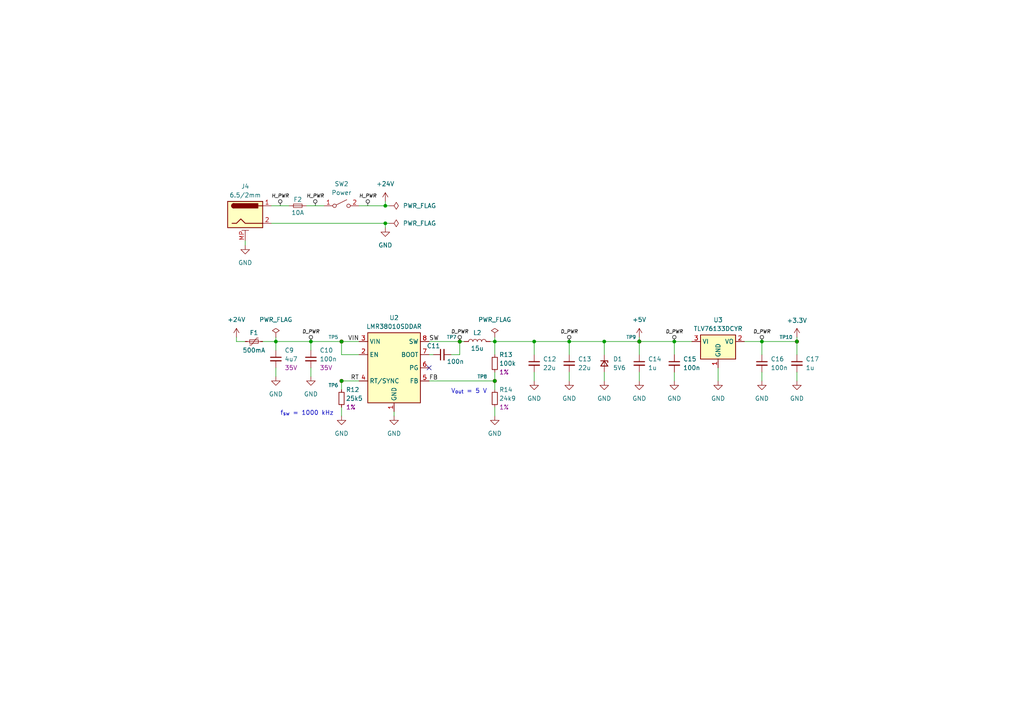
<source format=kicad_sch>
(kicad_sch (version 20230121) (generator eeschema)
  (paper "A4")
  (title_block (title "Power Supply") (date "2023-11-29") (rev "${REVISION}") (company "Author: I. Kajdan") (comment 1 "Supervisor: A. Bondyra, Ph.D."))
  (lib_symbols
    (symbol "Connector:TestPoint_Small" (pin_numbers hide) (pin_names (offset 0.762) hide)
      (property "Reference" "TP" (at 0 3.81 0))
      (property "Value" "TestPoint_Small" (at 0 2.032 0))
      (symbol "TestPoint_Small_0_1"
        (circle (center 0 0) (radius 0.508))
      )
      (symbol "TestPoint_Small_1_1"
        (pin passive line (at 0 0 90) (length 0) (name "1") (number "1"))
      )
    )
    (symbol "Device:C_Small" (pin_numbers hide) (pin_names (offset 0.254) hide)
      (property "Reference" "C" (at 0.254 1.778 0))
      (property "Value" "C_Small" (at 0.254 -2.032 0))
      (symbol "C_Small_0_1"
        (polyline (pts (xy -1.524 -0.508) (xy 1.524 -0.508)) (stroke (width 0.3302)))
        (polyline (pts (xy -1.524 0.508) (xy 1.524 0.508)) (stroke (width 0.3048)))
      )
      (symbol "C_Small_1_1"
        (pin passive line (at 0 2.54 270) (length 2.032) (name "~") (number "1"))
        (pin passive line (at 0 -2.54 90) (length 2.032) (name "~") (number "2"))
      )
    )
    (symbol "Device:D_Zener_Small" (pin_numbers hide) (pin_names (offset 0.254) hide)
      (property "Reference" "D" (at 0 2.286 0))
      (property "Value" "D_Zener_Small" (at 0 -2.286 0))
      (symbol "D_Zener_Small_0_1"
        (polyline (pts (xy 0.762 0) (xy -0.762 0)))
        (polyline (pts (xy -0.254 1.016) (xy -0.762 1.016) (xy -0.762 -1.016)) (stroke (width 0.254)))
        (polyline (pts (xy 0.762 1.016) (xy -0.762 0) (xy 0.762 -1.016) (xy 0.762 1.016)) (stroke (width 0.254)))
      )
      (symbol "D_Zener_Small_1_1"
        (pin passive line (at -2.54 0 0) (length 1.778) (name "K") (number "1"))
        (pin passive line (at 2.54 0 180) (length 1.778) (name "A") (number "2"))
      )
    )
    (symbol "Device:Fuse_Small" (pin_numbers hide) (pin_names (offset 0.254) hide)
      (property "Reference" "F" (at 0 -1.524 0))
      (property "Value" "Fuse_Small" (at 0 1.524 0))
      (symbol "Fuse_Small_0_1"
        (rectangle (start -1.27 0.508) (end 1.27 -0.508))
        (polyline (pts (xy -1.27 0) (xy 1.27 0)))
      )
      (symbol "Fuse_Small_1_1"
        (pin passive line (at -2.54 0 0) (length 1.27) (name "~") (number "1"))
        (pin passive line (at 2.54 0 180) (length 1.27) (name "~") (number "2"))
      )
    )
    (symbol "Device:L" (pin_numbers hide) (pin_names (offset 1.016) hide)
      (property "Reference" "L" (at -1.27 0 90))
      (property "Value" "L" (at 1.905 0 90))
      (symbol "L_0_1"
        (arc (start 0 -2.54) (mid 0.6323 -1.905) (end 0 -1.27))
        (arc (start 0 -1.27) (mid 0.6323 -0.635) (end 0 0))
        (arc (start 0 0) (mid 0.6323 0.635) (end 0 1.27))
        (arc (start 0 1.27) (mid 0.6323 1.905) (end 0 2.54))
      )
      (symbol "L_1_1"
        (pin passive line (at 0 3.81 270) (length 1.27) (name "1") (number "1"))
        (pin passive line (at 0 -3.81 90) (length 1.27) (name "2") (number "2"))
      )
    )
    (symbol "Device:Polyfuse_Small" (pin_numbers hide) (pin_names (offset 0))
      (property "Reference" "F" (at -1.905 0 90))
      (property "Value" "Polyfuse_Small" (at 1.905 0 90))
      (symbol "Polyfuse_Small_0_1"
        (rectangle (start -0.508 1.27) (end 0.508 -1.27))
        (polyline (pts (xy 0 2.54) (xy 0 -2.54)))
        (polyline (pts (xy -1.016 1.27) (xy -1.016 0.762) (xy 1.016 -0.762) (xy 1.016 -1.27)))
      )
      (symbol "Polyfuse_Small_1_1"
        (pin passive line (at 0 2.54 270) (length 0.635) (name "~") (number "1"))
        (pin passive line (at 0 -2.54 90) (length 0.635) (name "~") (number "2"))
      )
    )
    (symbol "Device:R_Small" (pin_numbers hide) (pin_names (offset 0.254) hide)
      (property "Reference" "R" (at 0.762 0.508 0))
      (property "Value" "R_Small" (at 0.762 -1.016 0))
      (symbol "R_Small_0_1"
        (rectangle (start -0.762 1.778) (end 0.762 -1.778) (stroke (width 0.2032)))
      )
      (symbol "R_Small_1_1"
        (pin passive line (at 0 2.54 270) (length 0.762) (name "~") (number "1"))
        (pin passive line (at 0 -2.54 90) (length 0.762) (name "~") (number "2"))
      )
    )
    (symbol "LMR38010SDDAR:LMR38010SDDAR"
      (property "Reference" "U" (at 0 15.24 0))
      (property "Value" "LMR38010SDDAR" (at 0 12.7 0))
      (symbol "LMR38010SDDAR_1_1"
        (rectangle (start -7.62 10.16) (end 7.62 -10.16) (stroke (width 0.254)) (fill (type background)))
        (pin power_in line (at 0 -12.7 90) (length 2.54) (name "GND") (number "1"))
        (pin input line (at -10.16 3.81 0) (length 2.54) (name "EN") (number "2"))
        (pin power_in line (at -10.16 7.62 0) (length 2.54) (name "VIN") (number "3"))
        (pin input line (at -10.16 -3.81 0) (length 2.54) (name "RT/SYNC") (number "4"))
        (pin input line (at 10.16 -3.81 180) (length 2.54) (name "FB") (number "5"))
        (pin output line (at 10.16 0 180) (length 2.54) (name "PG") (number "6"))
        (pin input line (at 10.16 3.81 180) (length 2.54) (name "BOOT") (number "7"))
        (pin power_out line (at 10.16 7.62 180) (length 2.54) (name "SW") (number "8"))
        (pin passive line (at 0 -12.7 90) (length 2.54) hide (name "EP") (number "9"))
      )
    )
    (symbol "PJ-063AH:PJ-063AH" (pin_names hide)
      (property "Reference" "J" (at 0 7.62 0))
      (property "Value" "PJ-063AH" (at 0 5.08 0))
      (symbol "PJ-063AH_0_1"
        (rectangle (start -5.08 3.81) (end 5.08 -3.81) (stroke (width 0.254)) (fill (type background)))
        (arc (start -3.302 3.175) (mid -3.9343 2.54) (end -3.302 1.905) (stroke (width 0.254)))
        (arc (start -3.302 3.175) (mid -3.9343 2.54) (end -3.302 1.905) (stroke (width 0.254)) (fill (type outline)))
        (polyline (pts (xy 5.08 2.54) (xy 3.81 2.54)) (stroke (width 0.254)))
        (polyline (pts (xy -3.81 -2.54) (xy -2.54 -2.54) (xy -1.27 -1.27) (xy 0 -2.54) (xy 2.54 -2.54) (xy 5.08 -2.54)) (stroke (width 0.254)))
        (rectangle (start 3.683 3.175) (end -3.302 1.905) (stroke (width 0.254)) (fill (type outline)))
      )
      (symbol "PJ-063AH_1_1"
        (polyline (pts (xy -1.016 -4.572) (xy 1.016 -4.572)) (stroke (width 0.1524)))
        (pin passive line (at 7.62 2.54 180) (length 2.54) (name "~") (number "1"))
        (pin passive line (at 7.62 -2.54 180) (length 2.54) (name "~") (number "2"))
        (pin passive line (at 0 -7.62 90) (length 3.048) (name "MountPin") (number "MP"))
      )
    )
    (symbol "Regulator_Linear:AMS1117-3.3"
      (property "Reference" "U" (at -3.81 3.175 0))
      (property "Value" "AMS1117-3.3" (at 0 3.175 0))
      (symbol "AMS1117-3.3_0_1"
        (rectangle (start -5.08 -5.08) (end 5.08 1.905) (stroke (width 0.254)) (fill (type background)))
      )
      (symbol "AMS1117-3.3_1_1"
        (pin power_in line (at 0 -7.62 90) (length 2.54) (name "GND") (number "1"))
        (pin power_out line (at 7.62 0 180) (length 2.54) (name "VO") (number "2"))
        (pin power_in line (at -7.62 0 0) (length 2.54) (name "VI") (number "3"))
      )
    )
    (symbol "Switch:SW_SPST" (pin_names (offset 0) hide)
      (property "Reference" "SW" (at 0 3.175 0))
      (property "Value" "SW_SPST" (at 0 -2.54 0))
      (symbol "SW_SPST_0_0"
        (circle (center -2.032 0) (radius 0.508))
        (polyline (pts (xy -1.524 0.254) (xy 1.524 1.778)))
        (circle (center 2.032 0) (radius 0.508))
      )
      (symbol "SW_SPST_1_1"
        (pin passive line (at -5.08 0 0) (length 2.54) (name "A") (number "1"))
        (pin passive line (at 5.08 0 180) (length 2.54) (name "B") (number "2"))
      )
    )
    (symbol "power:+24V" (power) (pin_names (offset 0))
      (property "Value" "+24V" (at 0 3.556 0))
      (symbol "+24V_0_1"
        (polyline (pts (xy -0.762 1.27) (xy 0 2.54)))
        (polyline (pts (xy 0 0) (xy 0 2.54)))
        (polyline (pts (xy 0 2.54) (xy 0.762 1.27)))
      )
      (symbol "+24V_1_1"
        (pin power_in line (at 0 0 90) (length 0) hide (name "+24V") (number "1"))
      )
    )
    (symbol "power:+3.3V" (power) (pin_names (offset 0))
      (property "Value" "+3.3V" (at 0 3.556 0))
      (symbol "+3.3V_0_1"
        (polyline (pts (xy -0.762 1.27) (xy 0 2.54)))
        (polyline (pts (xy 0 0) (xy 0 2.54)))
        (polyline (pts (xy 0 2.54) (xy 0.762 1.27)))
      )
      (symbol "+3.3V_1_1"
        (pin power_in line (at 0 0 90) (length 0) hide (name "+3.3V") (number "1"))
      )
    )
    (symbol "power:+5V" (power) (pin_names (offset 0))
      (property "Value" "+5V" (at 0 3.556 0))
      (symbol "+5V_0_1"
        (polyline (pts (xy -0.762 1.27) (xy 0 2.54)))
        (polyline (pts (xy 0 0) (xy 0 2.54)))
        (polyline (pts (xy 0 2.54) (xy 0.762 1.27)))
      )
      (symbol "+5V_1_1"
        (pin power_in line (at 0 0 90) (length 0) hide (name "+5V") (number "1"))
      )
    )
    (symbol "power:GND" (power) (pin_names (offset 0))
      (property "Value" "GND" (at 0 -3.81 0))
      (symbol "GND_0_1"
        (polyline (pts (xy 0 0) (xy 0 -1.27) (xy 1.27 -1.27) (xy 0 -2.54) (xy -1.27 -1.27) (xy 0 -1.27)))
      )
      (symbol "GND_1_1"
        (pin power_in line (at 0 0 270) (length 0) hide (name "GND") (number "1"))
      )
    )
    (symbol "power:PWR_FLAG" (power) (pin_numbers hide) (pin_names (offset 0) hide)
      (property "Value" "PWR_FLAG" (at 0 3.81 0))
      (symbol "PWR_FLAG_0_0"
        (pin power_out line (at 0 0 90) (length 0) (name "pwr") (number "1"))
      )
      (symbol "PWR_FLAG_0_1"
        (polyline (pts (xy 0 0) (xy 0 1.27) (xy -1.016 1.905) (xy 0 2.54) (xy 1.016 1.905) (xy 0 1.27)))
      )
    )
  )
  (junction (at 111.76 59.69))
  (junction (at 165.1 99.06))
  (junction (at 90.17 99.06))
  (junction (at 195.58 99.06))
  (junction (at 175.26 99.06))
  (junction (at 154.94 99.06))
  (junction (at 133.35 99.06))
  (junction (at 185.42 99.06))
  (junction (at 143.51 99.06))
  (junction (at 99.06 99.06))
  (junction (at 99.06 110.49))
  (junction (at 111.76 64.77))
  (junction (at 220.98 99.06))
  (junction (at 231.14 99.06))
  (junction (at 80.01 99.06))
  (junction (at 143.51 110.49))
  (no_connect (at 124.46 106.68))
  (wire (pts (xy 143.51 97.79) (xy 143.51 99.06)))
  (wire (pts (xy 104.14 59.69) (xy 111.76 59.69)))
  (wire (pts (xy 71.12 99.06) (xy 68.58 99.06)))
  (wire (pts (xy 220.98 107.95) (xy 220.98 110.49)))
  (wire (pts (xy 175.26 107.95) (xy 175.26 110.49)))
  (wire (pts (xy 143.51 118.11) (xy 143.51 120.65)))
  (wire (pts (xy 231.14 99.06) (xy 231.14 102.87)))
  (wire (pts (xy 90.17 99.06) (xy 90.17 101.6)))
  (wire (pts (xy 80.01 99.06) (xy 90.17 99.06)))
  (wire (pts (xy 111.76 64.77) (xy 113.03 64.77)))
  (wire (pts (xy 195.58 99.06) (xy 195.58 102.87)))
  (wire (pts (xy 133.35 99.06) (xy 133.35 102.87)))
  (wire (pts (xy 99.06 118.11) (xy 99.06 120.65)))
  (wire (pts (xy 220.98 99.06) (xy 220.98 102.87)))
  (wire (pts (xy 90.17 99.06) (xy 99.06 99.06)))
  (wire (pts (xy 99.06 99.06) (xy 104.14 99.06)))
  (wire (pts (xy 124.46 102.87) (xy 125.73 102.87)))
  (wire (pts (xy 165.1 99.06) (xy 165.1 102.87)))
  (wire (pts (xy 165.1 107.95) (xy 165.1 110.49)))
  (wire (pts (xy 124.46 99.06) (xy 133.35 99.06)))
  (wire (pts (xy 88.9 59.69) (xy 93.98 59.69)))
  (wire (pts (xy 142.24 99.06) (xy 143.51 99.06)))
  (wire (pts (xy 143.51 99.06) (xy 143.51 102.87)))
  (wire (pts (xy 185.42 107.95) (xy 185.42 110.49)))
  (wire (pts (xy 104.14 102.87) (xy 99.06 102.87)))
  (wire (pts (xy 175.26 99.06) (xy 175.26 102.87)))
  (wire (pts (xy 99.06 110.49) (xy 99.06 113.03)))
  (wire (pts (xy 231.14 97.79) (xy 231.14 99.06)))
  (wire (pts (xy 114.3 119.38) (xy 114.3 120.65)))
  (wire (pts (xy 185.42 99.06) (xy 195.58 99.06)))
  (wire (pts (xy 99.06 102.87) (xy 99.06 99.06)))
  (wire (pts (xy 68.58 99.06) (xy 68.58 97.79)))
  (wire (pts (xy 154.94 99.06) (xy 165.1 99.06)))
  (wire (pts (xy 185.42 102.87) (xy 185.42 99.06)))
  (wire (pts (xy 130.81 102.87) (xy 133.35 102.87)))
  (wire (pts (xy 78.74 64.77) (xy 111.76 64.77)))
  (wire (pts (xy 143.51 99.06) (xy 154.94 99.06)))
  (wire (pts (xy 76.2 99.06) (xy 80.01 99.06)))
  (wire (pts (xy 175.26 99.06) (xy 185.42 99.06)))
  (wire (pts (xy 154.94 99.06) (xy 154.94 102.87)))
  (wire (pts (xy 111.76 64.77) (xy 111.76 66.04)))
  (wire (pts (xy 143.51 107.95) (xy 143.51 110.49)))
  (wire (pts (xy 154.94 107.95) (xy 154.94 110.49)))
  (wire (pts (xy 111.76 59.69) (xy 113.03 59.69)))
  (wire (pts (xy 143.51 110.49) (xy 143.51 113.03)))
  (wire (pts (xy 165.1 99.06) (xy 175.26 99.06)))
  (wire (pts (xy 71.12 69.85) (xy 71.12 71.12)))
  (wire (pts (xy 215.9 99.06) (xy 220.98 99.06)))
  (wire (pts (xy 80.01 106.68) (xy 80.01 109.22)))
  (wire (pts (xy 133.35 99.06) (xy 134.62 99.06)))
  (wire (pts (xy 231.14 99.06) (xy 220.98 99.06)))
  (wire (pts (xy 78.74 59.69) (xy 83.82 59.69)))
  (wire (pts (xy 195.58 107.95) (xy 195.58 110.49)))
  (wire (pts (xy 90.17 106.68) (xy 90.17 109.22)))
  (wire (pts (xy 80.01 97.79) (xy 80.01 99.06)))
  (wire (pts (xy 185.42 97.79) (xy 185.42 99.06)))
  (wire (pts (xy 104.14 110.49) (xy 99.06 110.49)))
  (wire (pts (xy 231.14 107.95) (xy 231.14 110.49)))
  (wire (pts (xy 80.01 99.06) (xy 80.01 101.6)))
  (wire (pts (xy 195.58 99.06) (xy 200.66 99.06)))
  (wire (pts (xy 124.46 110.49) (xy 143.51 110.49)))
  (wire (pts (xy 111.76 59.69) (xy 111.76 58.42)))
  (wire (pts (xy 208.28 110.49) (xy 208.28 106.68)))
  (text "f_{sw} = 1000 kHz" (at 81.28 120.65 0) (effects (font (size 1.27 1.27)) (justify left bottom)))
  (text "V_{out} = 5 V" (at 130.81 114.3 0) (effects (font (size 1.27 1.27)) (justify left bottom)))
  (label "RT" (at 104.14 110.49 180))
  (label "FB" (at 124.46 110.49 0))
  (label "SW" (at 124.46 99.06 0))
  (label "VIN" (at 104.14 99.06 180))
  (netclass_flag "" (length 1.27) (shape round) (at 220.98 99.06 0) (property "Netclass" "D_PWR" (at 220.98 96.139 0) (effects (font (size 1 1) italic))))
  (netclass_flag "" (length 1.27) (shape round) (at 91.44 59.69 0) (property "Netclass" "H_PWR" (at 91.44 56.769 0) (effects (font (size 1 1) italic))))
  (netclass_flag "" (length 1.27) (shape round) (at 90.17 99.06 0) (property "Netclass" "D_PWR" (at 90.17 96.139 0) (effects (font (size 1 1) italic))))
  (netclass_flag "" (length 1.27) (shape round) (at 165.1 99.06 0) (property "Netclass" "D_PWR" (at 165.1 96.139 0) (effects (font (size 1 1) italic))))
  (netclass_flag "" (length 1.27) (shape round) (at 81.28 59.69 0) (property "Netclass" "H_PWR" (at 81.28 56.769 0) (effects (font (size 1 1) italic))))
  (netclass_flag "" (length 1.27) (shape round) (at 195.58 99.06 0) (property "Netclass" "D_PWR" (at 195.58 96.139 0) (effects (font (size 1 1) italic))))
  (netclass_flag "" (length 1.27) (shape round) (at 106.68 59.69 0) (property "Netclass" "H_PWR" (at 106.68 56.769 0) (effects (font (size 1 1) italic))))
  (netclass_flag "" (length 1.27) (shape round) (at 133.35 99.06 0) (property "Netclass" "D_PWR" (at 133.35 96.139 0) (effects (font (size 1 1) italic))))
  (symbol (lib_id "power:+5V") (at 185.42 97.79 0) (unit 1)
    (property "Reference" "#PWR039" (effects hide))
    (property "Value" "+5V" (at 185.42 92.71 0))
  )
  (symbol (lib_id "Switch:SW_SPST") (at 99.06 59.69 0) (unit 1) (in_bom no)
    (property "Reference" "SW2" (at 99.06 53.34 0))
    (property "Value" "Power" (at 99.06 55.88 0))
    (property "Footprint" "Local_Library:SwitchWireRelief" (effects hide))
    (property "Component" "MTS-1" (effects hide))
  )
  (symbol (lib_id "power:GND") (at 80.01 109.22 0) (unit 1)
    (property "Reference" "#PWR029" (effects hide))
    (property "Value" "GND" (at 80.01 114.3 0))
  )
  (symbol (lib_id "power:GND") (at 90.17 109.22 0) (unit 1)
    (property "Reference" "#PWR030" (effects hide))
    (property "Value" "GND" (at 90.17 114.3 0))
  )
  (symbol (lib_id "power:GND") (at 99.06 120.65 0) (unit 1)
    (property "Reference" "#PWR031" (effects hide))
    (property "Value" "GND" (at 99.06 125.73 0))
  )
  (symbol (lib_id "Device:C_Small") (at 195.58 105.41 0) (unit 1)
    (property "Reference" "C15" (at 198.12 104.14 0) (effects (justify left)))
    (property "Value" "100n" (at 198.12 106.68 0) (effects (justify left)))
    (property "Footprint" "Capacitor_SMD:C_0603_1608Metric" (effects hide))
  )
  (symbol (lib_id "Device:C_Small") (at 128.27 102.87 90) (unit 1)
    (property "Reference" "C11" (at 125.7363 100.33 90))
    (property "Value" "100n" (at 132.0863 104.14 90) (effects (justify bottom)))
    (property "Footprint" "Capacitor_SMD:C_0603_1608Metric" (effects hide))
  )
  (symbol (lib_id "Connector:TestPoint_Small") (at 185.42 99.06 0) (unit 1) (in_bom no)
    (property "Reference" "TP9" (at 181.61 97.79 0) (effects (font (size 1 1)) (justify left)))
    (property "Value" "TestPoint_Small" (effects hide))
    (property "Footprint" "TestPoint:TestPoint_Pad_D1.0mm" (effects hide))
  )
  (symbol (lib_id "Device:R_Small") (at 99.06 115.57 0) (unit 1)
    (property "Reference" "R12" (at 100.33 113.03 0) (effects (justify left)))
    (property "Value" "25k5" (at 100.33 115.57 0) (effects (justify left)))
    (property "Footprint" "Resistor_SMD:R_0603_1608Metric" (effects hide))
    (property "Tolerance" "1%" (at 100.33 118.11 0) (effects (justify left)))
  )
  (symbol (lib_id "Connector:TestPoint_Small") (at 99.06 110.49 0) (unit 1) (in_bom no)
    (property "Reference" "TP6" (at 95.25 111.76 0) (effects (font (size 1 1)) (justify left)))
    (property "Value" "TestPoint_Small" (effects hide))
    (property "Footprint" "TestPoint:TestPoint_Pad_D1.0mm" (effects hide))
  )
  (symbol (lib_id "power:GND") (at 175.26 110.49 0) (unit 1)
    (property "Reference" "#PWR038" (effects hide))
    (property "Value" "GND" (at 175.26 115.57 0))
  )
  (symbol (lib_id "Device:C_Small") (at 90.17 104.14 0) (unit 1)
    (property "Reference" "C10" (at 92.71 101.6063 0) (effects (justify left)))
    (property "Value" "100n" (at 92.71 104.1463 0) (effects (justify left)))
    (property "Footprint" "Capacitor_SMD:C_0603_1608Metric" (effects hide))
    (property "Rated Voltage" "35V" (at 92.71 106.68 0) (effects (justify left)))
  )
  (symbol (lib_id "Connector:TestPoint_Small") (at 133.35 99.06 0) (unit 1) (in_bom no)
    (property "Reference" "TP7" (at 129.54 97.79 0) (effects (font (size 1 1)) (justify left)))
    (property "Value" "TestPoint_Small" (effects hide))
    (property "Footprint" "TestPoint:TestPoint_Pad_D1.0mm" (effects hide))
  )
  (symbol (lib_id "power:GND") (at 71.12 71.12 0) (unit 1)
    (property "Reference" "#PWR028" (effects hide))
    (property "Value" "GND" (at 71.12 76.2 0))
  )
  (symbol (lib_id "power:PWR_FLAG") (at 80.01 97.79 0) (unit 1)
    (property "Reference" "#FLG03" (effects hide))
    (property "Value" "PWR_FLAG" (at 80.01 92.71 0))
  )
  (symbol (lib_id "Device:Polyfuse_Small") (at 73.66 99.06 90) (unit 1)
    (property "Reference" "F1" (at 73.66 96.52 90))
    (property "Value" "500mA" (at 73.66 101.6 90))
    (property "Footprint" "Local_Library:MINISMDCx" (effects hide))
    (property "Datasheet" "https://www.mouser.pl/datasheet/2/240/Littelfuse_PTC_MINISMD_Catalog_Datasheet_pdf-2999462.pdf" (effects hide))
    (property "Component" "650-MINISMDC050F-2" (effects hide))
  )
  (symbol (lib_id "Device:C_Small") (at 154.94 105.41 0) (unit 1)
    (property "Reference" "C12" (at 157.48 104.1463 0) (effects (justify left)))
    (property "Value" "22u" (at 157.48 106.6863 0) (effects (justify left)))
    (property "Footprint" "Capacitor_SMD:C_0603_1608Metric" (effects hide))
  )
  (symbol (lib_id "power:GND") (at 185.42 110.49 0) (unit 1)
    (property "Reference" "#PWR040" (effects hide))
    (property "Value" "GND" (at 185.42 115.57 0))
  )
  (symbol (lib_id "Connector:TestPoint_Small") (at 143.51 110.49 0) (unit 1) (in_bom no)
    (property "Reference" "TP8" (at 138.43 109.22 0) (effects (font (size 1 1)) (justify left)))
    (property "Value" "TestPoint_Small" (effects hide))
    (property "Footprint" "TestPoint:TestPoint_Pad_D1.0mm" (effects hide))
  )
  (symbol (lib_id "Device:C_Small") (at 185.42 105.41 0) (unit 1)
    (property "Reference" "C14" (at 187.96 104.14 0) (effects (justify left)))
    (property "Value" "1u" (at 187.96 106.68 0) (effects (justify left)))
    (property "Footprint" "Capacitor_SMD:C_0603_1608Metric" (effects hide))
  )
  (symbol (lib_id "power:GND") (at 154.94 110.49 0) (unit 1)
    (property "Reference" "#PWR036" (effects hide))
    (property "Value" "GND" (at 154.94 115.57 0))
  )
  (symbol (lib_id "Device:R_Small") (at 143.51 105.41 0) (unit 1)
    (property "Reference" "R13" (at 144.78 102.87 0) (effects (justify left)))
    (property "Value" "100k" (at 144.78 105.41 0) (effects (justify left)))
    (property "Footprint" "Resistor_SMD:R_0603_1608Metric" (effects hide))
    (property "Tolerance" "1%" (at 144.78 107.95 0) (effects (justify left)))
  )
  (symbol (lib_id "power:+24V") (at 68.58 97.79 0) (unit 1)
    (property "Reference" "#PWR02" (effects hide))
    (property "Value" "+24V" (at 68.58 92.71 0))
    (instances (project "control_board" (path "" (reference "#PWR02") (unit 1))) (project "control_board" (path "" (reference "#PWR04") (unit 1)) (path "" (reference "#PWR027") (unit 1))))
  )
  (symbol (lib_id "power:GND") (at 111.76 66.04 0) (unit 1)
    (property "Reference" "#PWR033" (effects hide))
    (property "Value" "GND" (at 111.76 71.12 0))
  )
  (symbol (lib_id "Connector:TestPoint_Small") (at 99.06 99.06 0) (unit 1) (in_bom no)
    (property "Reference" "TP5" (at 95.25 97.79 0) (effects (font (size 1 1)) (justify left)))
    (property "Value" "TestPoint_Small" (effects hide))
    (property "Footprint" "TestPoint:TestPoint_Pad_D1.0mm" (effects hide))
  )
  (symbol (lib_id "Device:C_Small") (at 220.98 105.41 0) (unit 1)
    (property "Reference" "C16" (at 223.52 104.14 0) (effects (justify left)))
    (property "Value" "100n" (at 223.52 106.68 0) (effects (justify left)))
    (property "Footprint" "Capacitor_SMD:C_0603_1608Metric" (effects hide))
  )
  (symbol (lib_id "PJ-063AH:PJ-063AH") (at 71.12 62.23 0) (unit 1)
    (property "Reference" "J4" (at 71.12 53.34 0) (effects (justify top)))
    (property "Value" "6.5/2mm" (at 71.12 55.88 0) (effects (justify top)))
    (property "Footprint" "Local_Library:BarrelJack_CUI_PJ-063AH_Horizontal" (effects hide))
    (property "Datasheet" "https://www.mouser.pl/datasheet/2/670/pj_063ah-1778660.pdf" (effects hide))
    (property "Component" "PJ-063AH" (effects hide))
  )
  (symbol (lib_id "power:+3.3V") (at 231.14 97.79 0) (unit 1)
    (property "Reference" "#PWR010" (effects hide))
    (property "Value" "+3.3V" (at 231.14 92.964 0))
    (instances (project "control_board" (path "" (reference "#PWR010") (unit 1)) (path "" (reference "#PWR044") (unit 1))))
  )
  (symbol (lib_id "Connector:TestPoint_Small") (at 231.14 99.06 0) (unit 1) (in_bom no)
    (property "Reference" "TP10" (at 226.06 97.79 0) (effects (font (size 1 1)) (justify left)))
    (property "Value" "TestPoint_Small" (effects hide))
    (property "Footprint" "TestPoint:TestPoint_Pad_D1.0mm" (effects hide))
  )
  (symbol (lib_id "Device:L") (at 138.43 99.06 90) (unit 1)
    (property "Reference" "L2" (at 138.43 96.52 90))
    (property "Value" "15u" (at 138.43 100.33 90) (effects (justify bottom)))
    (property "Footprint" "Local_Library:SRN6028Cx" (effects hide))
    (property "Datasheet" "https://www.bourns.com/docs/product-datasheets/srn6028c.pdf" (effects hide))
    (property "Component" "SRN6028C-150M" (effects hide))
  )
  (symbol (lib_id "power:+24V") (at 111.76 58.42 0) (unit 1)
    (property "Reference" "#PWR02" (effects hide))
    (property "Value" "+24V" (at 111.76 53.34 0))
    (instances (project "control_board" (path "" (reference "#PWR02") (unit 1))) (project "control_board" (path "" (reference "#PWR04") (unit 1)) (path "" (reference "#PWR032") (unit 1))))
  )
  (symbol (lib_id "power:GND") (at 208.28 110.49 0) (unit 1)
    (property "Reference" "#PWR042" (effects hide))
    (property "Value" "GND" (at 208.28 115.57 0))
  )
  (symbol (lib_id "power:GND") (at 143.51 120.65 0) (unit 1)
    (property "Reference" "#PWR035" (effects hide))
    (property "Value" "GND" (at 143.51 125.73 0))
  )
  (symbol (lib_id "Device:C_Small") (at 231.14 105.41 0) (unit 1)
    (property "Reference" "C17" (at 233.68 104.14 0) (effects (justify left)))
    (property "Value" "1u" (at 233.68 106.68 0) (effects (justify left)))
    (property "Footprint" "Capacitor_SMD:C_0603_1608Metric" (effects hide))
  )
  (symbol (lib_id "LMR38010SDDAR:LMR38010SDDAR") (at 114.3 106.68 0) (unit 1)
    (property "Reference" "U2" (at 114.3 91.44 0) (effects (justify top)))
    (property "Value" "LMR38010SDDAR" (at 114.3 93.98 0) (effects (justify top)))
    (property "Footprint" "Package_SO:TI_SO-PowerPAD-8_ThermalVias" (effects hide))
    (property "Datasheet" "https://www.ti.com/lit/gpn/lmr38010" (effects hide))
    (instances (project "control_board" (path "" (reference "U2") (unit 1))) (project "PUTM_DV_EBS_2023" (path "" (reference "U11") (unit 1))))
  )
  (symbol (lib_id "Device:C_Small") (at 80.01 104.14 0) (unit 1)
    (property "Reference" "C9" (at 82.55 101.6063 0) (effects (justify left)))
    (property "Value" "4u7" (at 82.55 104.1463 0) (effects (justify left)))
    (property "Footprint" "Capacitor_SMD:C_0603_1608Metric" (effects hide))
    (property "Rated Voltage" "35V" (at 82.55 106.68 0) (effects (justify left)))
  )
  (symbol (lib_id "power:GND") (at 165.1 110.49 0) (unit 1)
    (property "Reference" "#PWR037" (effects hide))
    (property "Value" "GND" (at 165.1 115.57 0))
  )
  (symbol (lib_id "Device:Fuse_Small") (at 86.36 59.69 0) (unit 1)
    (property "Reference" "F2" (at 86.36 57.15 0) (effects (justify top)))
    (property "Value" "10A" (at 86.36 60.96 0) (effects (justify top)))
    (property "Footprint" "Fuse:Fuseholder_Cylinder-5x20mm_Schurter_0031_8201_Horizontal_Open" (effects hide))
    (property "Datasheet" "https://www.littelfuse.com/media?resourcetype=datasheets&itemid=c107c31a-e5b2-490e-8d5e-c1474bb95cb0&filename=littelfuse-fuse-clip-100-445-030-520-datasheet-update" (effects hide))
  )
  (symbol (lib_id "power:PWR_FLAG") (at 113.03 64.77 270) (unit 1)
    (property "Reference" "#FLG05" (effects hide))
    (property "Value" "PWR_FLAG" (at 116.84 64.77 90) (effects (justify left)))
  )
  (symbol (lib_id "Device:C_Small") (at 165.1 105.41 0) (unit 1)
    (property "Reference" "C13" (at 167.64 104.1463 0) (effects (justify left)))
    (property "Value" "22u" (at 167.64 106.6863 0) (effects (justify left)))
    (property "Footprint" "Capacitor_SMD:C_0603_1608Metric" (effects hide))
  )
  (symbol (lib_id "power:GND") (at 220.98 110.49 0) (unit 1)
    (property "Reference" "#PWR043" (effects hide))
    (property "Value" "GND" (at 220.98 115.57 0))
  )
  (symbol (lib_id "Regulator_Linear:AMS1117-3.3") (at 208.28 99.06 0) (unit 1)
    (property "Reference" "U3" (at 208.28 92.075 0) (effects (justify top)))
    (property "Value" "TLV76133DCYR" (at 208.28 94.615 0) (effects (justify top)))
    (property "Footprint" "Package_TO_SOT_SMD:SOT-223-3_TabPin2" (effects hide))
    (property "Datasheet" "https://www.ti.com/lit/ds/symlink/tlv761.pdf" (effects hide))
  )
  (symbol (lib_id "power:PWR_FLAG") (at 143.51 97.79 0) (unit 1)
    (property "Reference" "#FLG06" (effects hide))
    (property "Value" "PWR_FLAG" (at 143.51 92.71 0))
  )
  (symbol (lib_id "power:GND") (at 195.58 110.49 0) (unit 1)
    (property "Reference" "#PWR041" (effects hide))
    (property "Value" "GND" (at 195.58 115.57 0))
  )
  (symbol (lib_id "power:GND") (at 231.14 110.49 0) (unit 1)
    (property "Reference" "#PWR045" (effects hide))
    (property "Value" "GND" (at 231.14 115.57 0))
  )
  (symbol (lib_id "power:GND") (at 114.3 120.65 0) (unit 1)
    (property "Reference" "#PWR034" (effects hide))
    (property "Value" "GND" (at 114.3 125.73 0))
  )
  (symbol (lib_id "power:PWR_FLAG") (at 113.03 59.69 270) (unit 1)
    (property "Reference" "#FLG04" (effects hide))
    (property "Value" "PWR_FLAG" (at 116.84 59.69 90) (effects (justify left)))
  )
  (symbol (lib_id "Device:R_Small") (at 143.51 115.57 0) (unit 1)
    (property "Reference" "R14" (at 144.78 113.03 0) (effects (justify left)))
    (property "Value" "24k9" (at 144.78 115.57 0) (effects (justify left)))
    (property "Footprint" "Resistor_SMD:R_0603_1608Metric" (effects hide))
    (property "Tolerance" "1%" (at 144.78 118.11 0) (effects (justify left)))
  )
  (symbol (lib_id "Device:D_Zener_Small") (at 175.26 105.41 270) (unit 1)
    (property "Reference" "D1" (at 177.8 104.14 90) (effects (justify left)))
    (property "Value" "5V6" (at 177.8 106.68 90) (effects (justify left)))
    (property "Footprint" "Diode_SMD:D_SOD-123F" (effects hide))
    (property "Component" "BZT52H-C5V6,115" (effects hide))
  )
)
</source>
